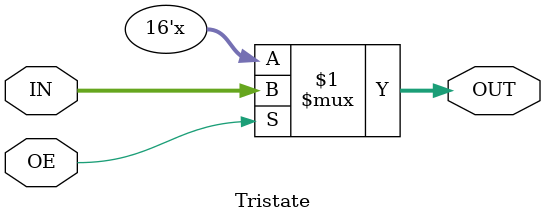
<source format=v>
module Tristate( IN, OE, OUT);
input [15:0] IN;
input OE;
output [15:0] OUT;

assign OUT[15:0] = OE ? IN[15:0] : {16{1'bZ}};
endmodule


</source>
